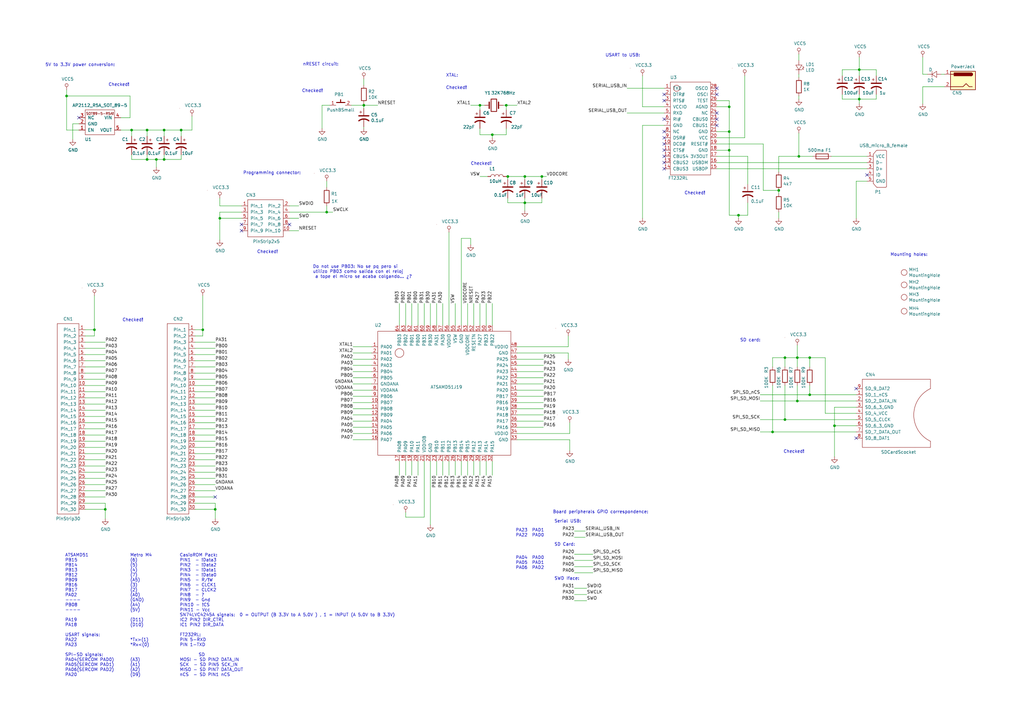
<source format=kicad_sch>
(kicad_sch (version 20211123) (generator eeschema)
  (paper "A3")
  (title_block (title "bareSAM development board") (date "10 - 20201") (rev "0.0") (company "tolaemon - Jordi Bartolomé") (comment 1 "http://www.tolaemon.com/baresam "))
  (junction (at 27.305 39.37))
  (junction (at 299.085 61.595))
  (junction (at 149.225 43.18))
  (junction (at 64.135 65.405))
  (junction (at 133.985 86.995))
  (junction (at 332.105 161.925))
  (junction (at 327.025 146.685))
  (junction (at 43.18 208.915))
  (junction (at 74.295 53.34))
  (junction (at 60.325 53.34))
  (junction (at 316.865 177.165))
  (junction (at 215.265 72.39))
  (junction (at 321.945 172.085))
  (junction (at 319.405 78.105))
  (junction (at 83.185 135.255))
  (junction (at 299.085 53.975))
  (junction (at 327.025 164.465))
  (junction (at 222.25 72.39))
  (junction (at 67.31 53.34))
  (junction (at 332.105 146.685))
  (junction (at 352.425 28.575))
  (junction (at 196.85 43.18))
  (junction (at 207.645 43.18))
  (junction (at 60.325 65.405))
  (junction (at 302.895 88.265))
  (junction (at 342.265 174.625))
  (junction (at 327.66 64.135))
  (junction (at 90.17 89.535))
  (junction (at 299.085 43.815))
  (junction (at 352.425 40.64))
  (junction (at 321.945 146.685))
  (junction (at 208.28 72.39))
  (junction (at 38.735 135.255))
  (junction (at 201.93 55.245))
  (junction (at 215.265 83.185))
  (junction (at 67.31 65.405))
  (junction (at 53.975 53.34))
  (junction (at 88.265 208.915))
  (no_connect (at 272.415 38.735))
  (no_connect (at 355.6 71.755))
  (no_connect (at 99.06 92.075))
  (no_connect (at 272.415 41.275))
  (no_connect (at 294.005 38.735))
  (no_connect (at 272.415 53.975))
  (no_connect (at 272.415 59.055))
  (no_connect (at 294.005 36.195))
  (no_connect (at 294.005 48.895))
  (no_connect (at 272.415 69.215))
  (no_connect (at 351.155 179.705))
  (no_connect (at 351.155 159.385))
  (no_connect (at 32.385 48.26))
  (no_connect (at 294.005 46.355))
  (no_connect (at 272.415 61.595))
  (no_connect (at 272.415 48.895))
  (no_connect (at 294.005 51.435))
  (no_connect (at 118.745 92.075))
  (no_connect (at 99.06 94.615))
  (no_connect (at 88.265 203.835))
  (no_connect (at 272.415 64.135))
  (no_connect (at 272.415 66.675))
  (no_connect (at 272.415 56.515))
  (wire (pts (xy 53.34 48.26) (xy 53.34 39.37)))
  (wire (pts (xy 67.31 53.34) (xy 60.325 53.34)))
  (wire (pts (xy 299.085 88.265) (xy 302.895 88.265)))
  (wire (pts (xy 64.135 65.405) (xy 67.31 65.405)))
  (wire (pts (xy 144.78 170.18) (xy 152.4 170.18)))
  (wire (pts (xy 168.91 189.23) (xy 168.91 194.945)))
  (wire (pts (xy 152.4 149.86) (xy 144.78 149.86)))
  (wire (pts (xy 136.525 86.995) (xy 133.985 86.995)))
  (wire (pts (xy 222.25 83.185) (xy 222.25 81.28)))
  (wire (pts (xy 149.225 52.705) (xy 149.225 52.07)))
  (wire (pts (xy 34.925 140.335) (xy 43.18 140.335)))
  (wire (pts (xy 53.975 65.405) (xy 60.325 65.405)))
  (wire (pts (xy 352.425 23.495) (xy 352.425 28.575)))
  (wire (pts (xy 29.845 50.8) (xy 29.845 57.15)))
  (wire (pts (xy 60.325 55.88) (xy 60.325 53.34)))
  (wire (pts (xy 342.265 167.005) (xy 342.265 174.625)))
  (wire (pts (xy 233.045 144.78) (xy 233.045 147.32)))
  (wire (pts (xy 201.93 189.23) (xy 201.93 194.945)))
  (wire (pts (xy 380.365 30.48) (xy 378.46 30.48)))
  (wire (pts (xy 88.265 170.815) (xy 80.01 170.815)))
  (wire (pts (xy 74.295 55.88) (xy 74.295 53.34)))
  (wire (pts (xy 311.785 161.925) (xy 332.105 161.925)))
  (wire (pts (xy 74.295 53.34) (xy 67.31 53.34)))
  (wire (pts (xy 319.405 78.105) (xy 313.055 78.105)))
  (wire (pts (xy 152.4 157.48) (xy 144.78 157.48)))
  (wire (pts (xy 299.085 41.275) (xy 294.005 41.275)))
  (wire (pts (xy 243.205 229.87) (xy 235.585 229.87)))
  (wire (pts (xy 240.03 220.345) (xy 235.585 220.345)))
  (wire (pts (xy 90.17 84.455) (xy 90.17 81.28)))
  (wire (pts (xy 224.155 72.39) (xy 222.25 72.39)))
  (wire (pts (xy 340.995 64.135) (xy 355.6 64.135)))
  (wire (pts (xy 352.425 42.545) (xy 352.425 40.64)))
  (wire (pts (xy 67.31 63.5) (xy 67.31 65.405)))
  (wire (pts (xy 199.39 124.46) (xy 199.39 133.35)))
  (wire (pts (xy 132.08 43.18) (xy 132.08 52.705)))
  (wire (pts (xy 176.53 189.23) (xy 176.53 215.265)))
  (wire (pts (xy 327.66 22.225) (xy 327.66 24.765)))
  (wire (pts (xy 212.09 147.32) (xy 222.885 147.32)))
  (wire (pts (xy 83.185 121.285) (xy 83.185 135.255)))
  (wire (pts (xy 222.25 72.39) (xy 222.25 73.66)))
  (wire (pts (xy 294.005 56.515) (xy 305.435 56.515)))
  (wire (pts (xy 294.005 69.215) (xy 355.6 69.215)))
  (wire (pts (xy 359.41 40.64) (xy 352.425 40.64)))
  (wire (pts (xy 196.85 55.245) (xy 201.93 55.245)))
  (wire (pts (xy 222.885 165.1) (xy 212.09 165.1)))
  (wire (pts (xy 43.18 188.595) (xy 34.925 188.595)))
  (wire (pts (xy 194.31 189.23) (xy 194.31 194.945)))
  (wire (pts (xy 88.265 180.975) (xy 80.01 180.975)))
  (wire (pts (xy 306.705 88.265) (xy 306.705 83.185)))
  (wire (pts (xy 316.865 177.165) (xy 351.155 177.165)))
  (wire (pts (xy 179.07 189.23) (xy 179.07 194.945)))
  (wire (pts (xy 88.265 147.955) (xy 80.01 147.955)))
  (wire (pts (xy 149.225 43.18) (xy 154.94 43.18)))
  (wire (pts (xy 60.325 65.405) (xy 60.325 63.5)))
  (wire (pts (xy 243.205 232.41) (xy 235.585 232.41)))
  (wire (pts (xy 222.885 175.26) (xy 212.09 175.26)))
  (wire (pts (xy 88.265 173.355) (xy 80.01 173.355)))
  (wire (pts (xy 243.205 227.33) (xy 235.585 227.33)))
  (wire (pts (xy 43.18 145.415) (xy 34.925 145.415)))
  (wire (pts (xy 43.18 153.035) (xy 34.925 153.035)))
  (wire (pts (xy 272.415 46.355) (xy 257.175 46.355)))
  (wire (pts (xy 152.4 160.02) (xy 144.78 160.02)))
  (wire (pts (xy 122.555 89.535) (xy 118.745 89.535)))
  (wire (pts (xy 43.18 198.755) (xy 34.925 198.755)))
  (wire (pts (xy 43.18 173.355) (xy 34.925 173.355)))
  (wire (pts (xy 327.025 150.495) (xy 327.025 146.685)))
  (wire (pts (xy 176.53 124.46) (xy 176.53 133.35)))
  (wire (pts (xy 327.66 54.61) (xy 327.66 64.135)))
  (wire (pts (xy 345.44 28.575) (xy 352.425 28.575)))
  (wire (pts (xy 152.4 152.4) (xy 144.78 152.4)))
  (wire (pts (xy 144.78 167.64) (xy 152.4 167.64)))
  (wire (pts (xy 34.925 201.295) (xy 43.18 201.295)))
  (wire (pts (xy 359.41 28.575) (xy 352.425 28.575)))
  (wire (pts (xy 80.01 135.255) (xy 83.185 135.255)))
  (wire (pts (xy 222.885 154.94) (xy 212.09 154.94)))
  (wire (pts (xy 207.645 43.18) (xy 212.09 43.18)))
  (wire (pts (xy 43.18 168.275) (xy 34.925 168.275)))
  (wire (pts (xy 212.09 152.4) (xy 222.885 152.4)))
  (wire (pts (xy 386.08 30.48) (xy 387.35 30.48)))
  (wire (pts (xy 332.105 158.115) (xy 332.105 161.925)))
  (wire (pts (xy 149.225 43.18) (xy 144.145 43.18)))
  (wire (pts (xy 152.4 162.56) (xy 144.78 162.56)))
  (wire (pts (xy 311.785 164.465) (xy 327.025 164.465)))
  (wire (pts (xy 199.39 189.23) (xy 199.39 194.945)))
  (wire (pts (xy 306.705 75.565) (xy 306.705 64.135)))
  (wire (pts (xy 38.735 137.795) (xy 38.735 135.255)))
  (wire (pts (xy 196.85 45.085) (xy 196.85 43.18)))
  (wire (pts (xy 222.885 149.86) (xy 212.09 149.86)))
  (wire (pts (xy 332.105 150.495) (xy 332.105 146.685)))
  (wire (pts (xy 99.06 86.995) (xy 90.17 86.995)))
  (wire (pts (xy 351.155 174.625) (xy 342.265 174.625)))
  (wire (pts (xy 88.265 206.375) (xy 80.01 206.375)))
  (wire (pts (xy 196.85 43.18) (xy 198.755 43.18)))
  (wire (pts (xy 351.155 167.005) (xy 342.265 167.005)))
  (wire (pts (xy 34.925 155.575) (xy 43.18 155.575)))
  (wire (pts (xy 53.975 55.88) (xy 53.975 53.34)))
  (wire (pts (xy 88.265 142.875) (xy 80.01 142.875)))
  (wire (pts (xy 80.01 140.335) (xy 88.265 140.335)))
  (wire (pts (xy 212.09 172.72) (xy 222.885 172.72)))
  (wire (pts (xy 74.295 65.405) (xy 74.295 63.5)))
  (wire (pts (xy 90.17 86.995) (xy 90.17 89.535)))
  (wire (pts (xy 80.01 183.515) (xy 88.265 183.515)))
  (wire (pts (xy 294.005 61.595) (xy 299.085 61.595)))
  (wire (pts (xy 378.46 30.48) (xy 378.46 23.495)))
  (wire (pts (xy 83.185 137.795) (xy 80.01 137.795)))
  (wire (pts (xy 319.405 64.135) (xy 327.66 64.135)))
  (wire (pts (xy 78.74 47.625) (xy 78.74 53.34)))
  (wire (pts (xy 43.18 191.135) (xy 34.925 191.135)))
  (wire (pts (xy 144.78 154.94) (xy 152.4 154.94)))
  (wire (pts (xy 191.77 124.46) (xy 191.77 133.35)))
  (wire (pts (xy 359.41 38.735) (xy 359.41 40.64)))
  (wire (pts (xy 208.28 72.39) (xy 215.265 72.39)))
  (wire (pts (xy 345.44 31.115) (xy 345.44 28.575)))
  (wire (pts (xy 152.4 165.1) (xy 144.78 165.1)))
  (wire (pts (xy 34.925 137.795) (xy 38.735 137.795)))
  (wire (pts (xy 32.385 50.8) (xy 29.845 50.8)))
  (wire (pts (xy 189.23 189.23) (xy 189.23 194.945)))
  (wire (pts (xy 327.025 164.465) (xy 351.155 164.465)))
  (wire (pts (xy 144.78 144.78) (xy 152.4 144.78)))
  (wire (pts (xy 122.555 84.455) (xy 118.745 84.455)))
  (wire (pts (xy 327.66 30.48) (xy 327.66 31.75)))
  (wire (pts (xy 88.265 208.915) (xy 88.265 212.725)))
  (wire (pts (xy 222.25 83.185) (xy 215.265 83.185)))
  (wire (pts (xy 181.61 189.23) (xy 181.61 194.945)))
  (wire (pts (xy 38.735 121.285) (xy 38.735 135.255)))
  (wire (pts (xy 60.325 53.34) (xy 53.975 53.34)))
  (wire (pts (xy 299.085 88.265) (xy 299.085 61.595)))
  (wire (pts (xy 53.34 48.26) (xy 49.53 48.26)))
  (wire (pts (xy 88.265 150.495) (xy 80.01 150.495)))
  (wire (pts (xy 80.01 186.055) (xy 88.265 186.055)))
  (wire (pts (xy 196.85 72.39) (xy 200.025 72.39)))
  (wire (pts (xy 53.975 63.5) (xy 53.975 65.405)))
  (wire (pts (xy 196.85 189.23) (xy 196.85 194.945)))
  (wire (pts (xy 235.585 217.805) (xy 240.03 217.805)))
  (wire (pts (xy 222.885 170.18) (xy 212.09 170.18)))
  (wire (pts (xy 88.265 191.135) (xy 80.01 191.135)))
  (wire (pts (xy 319.405 86.995) (xy 319.405 89.535)))
  (wire (pts (xy 235.585 243.84) (xy 240.665 243.84)))
  (wire (pts (xy 49.53 53.34) (xy 53.975 53.34)))
  (wire (pts (xy 235.585 246.38) (xy 240.665 246.38)))
  (wire (pts (xy 34.925 186.055) (xy 43.18 186.055)))
  (wire (pts (xy 152.4 142.24) (xy 144.78 142.24)))
  (wire (pts (xy 43.18 165.735) (xy 34.925 165.735)))
  (wire (pts (xy 43.18 203.835) (xy 34.925 203.835)))
  (wire (pts (xy 302.895 89.535) (xy 302.895 88.265)))
  (wire (pts (xy 327.66 39.37) (xy 327.66 40.64)))
  (wire (pts (xy 171.45 189.23) (xy 171.45 194.945)))
  (wire (pts (xy 163.83 194.945) (xy 163.83 189.23)))
  (wire (pts (xy 201.93 124.46) (xy 201.93 133.35)))
  (wire (pts (xy 299.085 53.975) (xy 299.085 43.815)))
  (wire (pts (xy 327.025 158.115) (xy 327.025 164.465)))
  (wire (pts (xy 34.925 163.195) (xy 43.18 163.195)))
  (wire (pts (xy 299.085 43.815) (xy 299.085 41.275)))
  (wire (pts (xy 88.265 153.035) (xy 80.01 153.035)))
  (wire (pts (xy 311.785 172.085) (xy 321.945 172.085)))
  (wire (pts (xy 351.155 169.545) (xy 338.455 169.545)))
  (wire (pts (xy 306.705 64.135) (xy 294.005 64.135)))
  (wire (pts (xy 88.265 165.735) (xy 80.01 165.735)))
  (wire (pts (xy 387.35 35.56) (xy 378.46 35.56)))
  (wire (pts (xy 34.925 160.655) (xy 43.18 160.655)))
  (wire (pts (xy 189.23 133.35) (xy 189.23 97.79)))
  (wire (pts (xy 313.055 59.055) (xy 294.005 59.055)))
  (wire (pts (xy 88.265 158.115) (xy 80.01 158.115)))
  (wire (pts (xy 378.46 35.56) (xy 378.46 42.545)))
  (wire (pts (xy 193.04 97.79) (xy 189.23 97.79)))
  (wire (pts (xy 222.885 157.48) (xy 212.09 157.48)))
  (wire (pts (xy 186.69 189.23) (xy 186.69 194.945)))
  (wire (pts (xy 233.045 142.24) (xy 233.045 137.795)))
  (wire (pts (xy 212.09 142.24) (xy 233.045 142.24)))
  (wire (pts (xy 215.265 83.185) (xy 208.28 83.185)))
  (wire (pts (xy 34.925 135.255) (xy 38.735 135.255)))
  (wire (pts (xy 88.265 188.595) (xy 80.01 188.595)))
  (wire (pts (xy 212.09 162.56) (xy 222.885 162.56)))
  (wire (pts (xy 60.325 65.405) (xy 64.135 65.405)))
  (wire (pts (xy 181.61 124.46) (xy 181.61 133.35)))
  (wire (pts (xy 80.01 160.655) (xy 88.265 160.655)))
  (wire (pts (xy 212.09 167.64) (xy 222.885 167.64)))
  (wire (pts (xy 43.18 212.725) (xy 43.18 208.915)))
  (wire (pts (xy 166.37 189.23) (xy 166.37 194.945)))
  (wire (pts (xy 43.18 175.895) (xy 34.925 175.895)))
  (wire (pts (xy 144.78 147.32) (xy 152.4 147.32)))
  (wire (pts (xy 321.945 172.085) (xy 351.155 172.085)))
  (wire (pts (xy 208.28 83.185) (xy 208.28 81.28)))
  (wire (pts (xy 342.265 174.625) (xy 342.265 187.325)))
  (wire (pts (xy 43.18 180.975) (xy 34.925 180.975)))
  (wire (pts (xy 294.005 53.975) (xy 299.085 53.975)))
  (wire (pts (xy 90.17 89.535) (xy 90.17 98.425)))
  (wire (pts (xy 215.265 73.66) (xy 215.265 72.39)))
  (wire (pts (xy 88.265 203.835) (xy 80.01 203.835)))
  (wire (pts (xy 196.85 43.18) (xy 193.04 43.18)))
  (wire (pts (xy 80.01 178.435) (xy 88.265 178.435)))
  (wire (pts (xy 272.415 36.195) (xy 257.175 36.195)))
  (wire (pts (xy 272.415 43.815) (xy 263.525 43.815)))
  (wire (pts (xy 196.85 52.705) (xy 196.85 55.245)))
  (wire (pts (xy 135.255 43.18) (xy 132.08 43.18)))
  (wire (pts (xy 212.09 177.8) (xy 233.68 177.8)))
  (wire (pts (xy 67.31 65.405) (xy 74.295 65.405)))
  (wire (pts (xy 88.265 168.275) (xy 80.01 168.275)))
  (wire (pts (xy 149.225 32.385) (xy 149.225 34.925)))
  (wire (pts (xy 80.01 201.295) (xy 88.265 201.295)))
  (wire (pts (xy 144.78 177.8) (xy 152.4 177.8)))
  (wire (pts (xy 222.885 160.02) (xy 212.09 160.02)))
  (wire (pts (xy 173.99 189.23) (xy 173.99 212.09)))
  (wire (pts (xy 186.69 124.46) (xy 186.69 133.35)))
  (wire (pts (xy 152.4 180.34) (xy 144.78 180.34)))
  (wire (pts (xy 263.525 51.435) (xy 272.415 51.435)))
  (wire (pts (xy 215.265 86.36) (xy 215.265 83.185)))
  (wire (pts (xy 168.91 124.46) (xy 168.91 133.35)))
  (wire (pts (xy 235.585 241.3) (xy 240.665 241.3)))
  (wire (pts (xy 207.645 43.18) (xy 206.375 43.18)))
  (wire (pts (xy 327.025 141.605) (xy 327.025 146.685)))
  (wire (pts (xy 305.435 31.115) (xy 305.435 56.515)))
  (wire (pts (xy 207.645 45.085) (xy 207.645 43.18)))
  (wire (pts (xy 34.925 208.915) (xy 43.18 208.915)))
  (wire (pts (xy 352.425 40.64) (xy 345.44 40.64)))
  (wire (pts (xy 171.45 124.46) (xy 171.45 133.35)))
  (wire (pts (xy 88.265 175.895) (xy 80.01 175.895)))
  (wire (pts (xy 43.18 206.375) (xy 34.925 206.375)))
  (wire (pts (xy 179.07 124.46) (xy 179.07 133.35)))
  (wire (pts (xy 316.865 158.115) (xy 316.865 177.165)))
  (wire (pts (xy 67.31 55.88) (xy 67.31 53.34)))
  (wire (pts (xy 302.895 88.265) (xy 306.705 88.265)))
  (wire (pts (xy 99.06 84.455) (xy 90.17 84.455)))
  (wire (pts (xy 316.865 146.685) (xy 316.865 150.495)))
  (wire (pts (xy 43.18 208.915) (xy 43.18 206.375)))
  (wire (pts (xy 78.74 53.34) (xy 74.295 53.34)))
  (wire (pts (xy 196.85 124.46) (xy 196.85 133.35)))
  (wire (pts (xy 294.005 43.815) (xy 299.085 43.815)))
  (wire (pts (xy 80.01 155.575) (xy 88.265 155.575)))
  (wire (pts (xy 351.155 74.295) (xy 351.155 89.535)))
  (wire (pts (xy 201.93 56.515) (xy 201.93 55.245)))
  (wire (pts (xy 133.985 84.455) (xy 133.985 86.995)))
  (wire (pts (xy 311.785 177.165) (xy 316.865 177.165)))
  (wire (pts (xy 83.185 135.255) (xy 83.185 137.795)))
  (wire (pts (xy 294.005 66.675) (xy 355.6 66.675)))
  (wire (pts (xy 144.78 172.72) (xy 152.4 172.72)))
  (wire (pts (xy 355.6 74.295) (xy 351.155 74.295)))
  (wire (pts (xy 191.77 189.23) (xy 191.77 194.945)))
  (wire (pts (xy 338.455 146.685) (xy 332.105 146.685)))
  (wire (pts (xy 212.09 180.34) (xy 233.68 180.34)))
  (wire (pts (xy 43.18 150.495) (xy 34.925 150.495)))
  (wire (pts (xy 184.15 95.25) (xy 184.15 133.35)))
  (wire (pts (xy 149.225 43.18) (xy 149.225 44.45)))
  (wire (pts (xy 207.645 72.39) (xy 208.28 72.39)))
  (wire (pts (xy 263.525 43.815) (xy 263.525 31.115)))
  (wire (pts (xy 215.265 81.28) (xy 215.265 83.185)))
  (wire (pts (xy 163.83 124.46) (xy 163.83 133.35)))
  (wire (pts (xy 27.305 39.37) (xy 53.34 39.37)))
  (wire (pts (xy 149.225 42.545) (xy 149.225 43.18)))
  (wire (pts (xy 299.085 53.975) (xy 299.085 61.595)))
  (wire (pts (xy 173.99 124.46) (xy 173.99 133.35)))
  (wire (pts (xy 64.135 68.58) (xy 64.135 65.405)))
  (wire (pts (xy 194.31 124.46) (xy 194.31 133.35)))
  (wire (pts (xy 327.025 146.685) (xy 321.945 146.685)))
  (wire (pts (xy 233.68 177.8) (xy 233.68 173.355)))
  (wire (pts (xy 34.925 183.515) (xy 43.18 183.515)))
  (wire (pts (xy 80.01 208.915) (xy 88.265 208.915)))
  (wire (pts (xy 34.925 178.435) (xy 43.18 178.435)))
  (wire (pts (xy 352.425 38.735) (xy 352.425 40.64)))
  (wire (pts (xy 88.265 206.375) (xy 88.265 208.915)))
  (wire (pts (xy 235.585 234.95) (xy 243.205 234.95)))
  (wire (pts (xy 32.385 53.34) (xy 27.305 53.34)))
  (wire (pts (xy 321.945 158.115) (xy 321.945 172.085)))
  (wire (pts (xy 327.66 64.135) (xy 333.375 64.135)))
  (wire (pts (xy 173.99 212.09) (xy 166.37 212.09)))
  (wire (pts (xy 208.28 73.66) (xy 208.28 72.39)))
  (wire (pts (xy 332.105 161.925) (xy 351.155 161.925)))
  (wire (pts (xy 88.265 145.415) (xy 80.01 145.415)))
  (wire (pts (xy 263.525 89.535) (xy 263.525 51.435)))
  (wire (pts (xy 133.985 74.295) (xy 133.985 76.835)))
  (wire (pts (xy 27.305 53.34) (xy 27.305 39.37)))
  (wire (pts (xy 43.18 170.815) (xy 34.925 170.815)))
  (wire (pts (xy 332.105 146.685) (xy 327.025 146.685)))
  (wire (pts (xy 207.645 55.245) (xy 207.645 52.705)))
  (wire (pts (xy 88.265 198.755) (xy 80.01 198.755)))
  (wire (pts (xy 43.18 147.955) (xy 34.925 147.955)))
  (wire (pts (xy 43.18 193.675) (xy 34.925 193.675)))
  (wire (pts (xy 88.265 196.215) (xy 80.01 196.215)))
  (wire (pts (xy 80.01 163.195) (xy 88.265 163.195)))
  (wire (pts (xy 166.37 210.185) (xy 166.37 212.09)))
  (wire (pts (xy 321.945 146.685) (xy 316.865 146.685)))
  (wire (pts (xy 233.68 180.34) (xy 233.68 184.785)))
  (wire (pts (xy 43.18 196.215) (xy 34.925 196.215)))
  (wire (pts (xy 313.055 78.105) (xy 313.055 59.055)))
  (wire (pts (xy 215.265 72.39) (xy 222.25 72.39)))
  (wire (pts (xy 27.305 36.83) (xy 27.305 39.37)))
  (wire (pts (xy 321.945 150.495) (xy 321.945 146.685)))
  (wire (pts (xy 319.405 64.135) (xy 319.405 70.485)))
  (wire (pts (xy 345.44 40.64) (xy 345.44 38.735)))
  (wire (pts (xy 43.18 142.875) (xy 34.925 142.875)))
  (wire (pts (xy 43.18 158.115) (xy 34.925 158.115)))
  (wire (pts (xy 359.41 31.115) (xy 359.41 28.575)))
  (wire (pts (xy 133.985 86.995) (xy 118.745 86.995)))
  (wire (pts (xy 319.405 78.105) (xy 319.405 79.375)))
  (wire (pts (xy 166.37 124.46) (xy 166.37 133.35)))
  (wire (pts (xy 212.09 144.78) (xy 233.045 144.78)))
  (wire (pts (xy 88.265 193.675) (xy 80.01 193.675)))
  (wire (pts (xy 338.455 169.545) (xy 338.455 146.685)))
  (wire (pts (xy 118.745 94.615) (xy 122.555 94.615)))
  (wire (pts (xy 193.04 100.33) (xy 193.04 97.79)))
  (wire (pts (xy 352.425 31.115) (xy 352.425 28.575)))
  (wire (pts (xy 184.15 189.23) (xy 184.15 194.945)))
  (wire (pts (xy 99.06 89.535) (xy 90.17 89.535)))
  (wire (pts (xy 152.4 175.26) (xy 144.78 175.26)))
  (wire (pts (xy 201.93 55.245) (xy 207.645 55.245)))
  (text "XTAL:\n" (at 182.88 31.75 0) (effects (font (size 1.27 1.27)) (justify left bottom)))
  (text "PA04  PAD0\nPA05  PAD1\nPA06  PAD2" (at 211.455 233.68 0) (effects (font (size 1.27 1.27)) (justify left bottom)))
  (text "Do not use PB03: No se pq pero si \nutilizo PB03 como salida con el reloj\n a tope el micro se acaba colgando... ¿?" (at 128.27 114.3 0) (effects (font (size 1.27 1.27)) (justify left bottom)))
  (text "Mounting holes:\n\n" (at 365.125 107.315 0) (effects (font (size 1.27 1.27)) (justify left bottom)))
  (text "Checked!\n" (at 44.45 35.56 0) (effects (font (size 1.27 1.27)) (justify left bottom)))
  (text "Metro M4\n(6)    \n(5)    \n(4)    \n(7)    \n(A5)   \n(3)    \n(2)    \n(A0)   \n(GND)  \n(A4)   \n(5V)   \n\n(D11)   \n(D10)   \n\n\n*Tx>(1)\n*Rx<(0)\n\n\n(A3)\n(A1)\n(A2)\n(D9)" (at 53.34 277.622 0) (effects (font (size 1.27 1.27)) (justify left bottom)))
  (text "Checked!\n" (at 123.825 38.1 0) (effects (font (size 1.27 1.27)) (justify left bottom)))
  (text "Checked!\n" (at 50.165 132.08 0) (effects (font (size 1.27 1.27)) (justify left bottom)))
  (text "Checked!\n" (at 321.31 186.055 0) (effects (font (size 1.27 1.27)) (justify left bottom)))
  (text "CasioROM Pack:\nPIN1  - !Data3    \nPIN2  - !Data2\nPIN3  - !Data1\nPIN4  - !Data0\nPIN5  - R/!W\nPIN6  - CLCK1\nPIN7  - CLCK2\nPIN8  - ?\nPIN9  - Gnd\nPIN10 - !CS\nPIN11 - Vcc\nSN74LVC4245A signals:  0 = OUTPUT (B 3.3V to A 5.0V ) , 1 = INPUT (A 5.0V to B 3.3V)\nIC2 PIN2 DIR_CTRL\nIC1 PIN2 DIR_DATA\n\nFT232RL:\nPIN 5-RXD\nPIN 1-TXD\n\n        SD\nMOSI - SD PIN2 DATA_IN\nSCK  - SD PIN5 SCK_IN\nMISO - SD PIN7 DATA_OUT\nnCS  - SD PIN1 nCS\n" (at 73.66 277.622 0) (effects (font (size 1.27 1.27)) (justify left bottom)))
  (text "Board peripherals GPIO correspondence:" (at 226.695 210.82 0) (effects (font (size 1.27 1.27)) (justify left bottom)))
  (text "5V to 3.3V power conversion:\n" (at 18.542 27.432 0) (effects (font (size 1.27 1.27)) (justify left bottom)))
  (text "Checked!\n" (at 280.67 80.01 0) (effects (font (size 1.27 1.27)) (justify left bottom)))
  (text "SWD Iface:\n" (at 227.33 238.125 0) (effects (font (size 1.27 1.27)) (justify left bottom)))
  (text "PA23  PAD1 \nPA22  PAD0" (at 211.455 220.345 0) (effects (font (size 1.27 1.27)) (justify left bottom)))
  (text "Serial USB:" (at 227.33 214.63 0) (effects (font (size 1.27 1.27)) (justify left bottom)))
  (text "USART to USB:\n" (at 248.285 23.495 0) (effects (font (size 1.27 1.27)) (justify left bottom)))
  (text "Programming connector:\n" (at 99.695 71.755 0) (effects (font (size 1.27 1.27)) (justify left bottom)))
  (text "SD Card:\n" (at 227.33 224.155 0) (effects (font (size 1.27 1.27)) (justify left bottom)))
  (text "ATSAMD51\nPB15    \nPB14    \nPB13    \nPB12    \nPB09    \nPB16    \nPB17    \nPA02    \n----    \nPB08    \n----    \n\nPA19\nPA18\n\nUSART signals:\nPA22\nPA23\n\nSPI-SD signals:\nPA04(SERCOM PAD0)\nPA05(SERCOM PAD1)\nPA06(SERCOM PAD2)\nPA20" (at 26.67 277.622 0) (effects (font (size 1.27 1.27)) (justify left bottom)))
  (text "Checked!\n" (at 182.88 36.83 0) (effects (font (size 1.27 1.27)) (justify left bottom)))
  (text "Checked!\n" (at 105.41 104.14 0) (effects (font (size 1.27 1.27)) (justify left bottom)))
  (text "nRESET circuit:\n" (at 124.206 27.178 0) (effects (font (size 1.27 1.27)) (justify left bottom)))
  (text "SD card:\n" (at 303.53 140.335 0) (effects (font (size 1.27 1.27)) (justify left bottom)))
  (text "Checked!\n" (at 193.04 67.945 0) (effects (font (size 1.27 1.27)) (justify left bottom)))
  (label "PB08" (at 88.265 163.195 0))
  (label "PA10" (at 168.91 194.945 270))
  (label "PA18" (at 222.885 170.18 0))
  (label "PA16" (at 222.885 175.26 0))
  (label "PA15" (at 201.93 194.945 270))
  (label "PA11" (at 171.45 194.945 270))
  (label "GNDANA" (at 88.265 198.755 0))
  (label "PA06" (at 43.18 150.495 0))
  (label "PA30" (at 181.61 124.46 90))
  (label "GNDANA" (at 144.78 157.48 180))
  (label "PA21" (at 222.885 157.48 0))
  (label "PB02" (at 166.37 124.46 90))
  (label "NRESET" (at 154.94 43.18 0))
  (label "PA04" (at 235.585 229.87 180))
  (label "PA19" (at 43.18 183.515 0))
  (label "SPI_SD_SCK" (at 311.785 172.085 180))
  (label "PB07" (at 144.78 165.1 180))
  (label "XTAL2" (at 212.09 43.18 0))
  (label "SERIAL_USB_IN" (at 257.175 36.195 180))
  (label "PA03" (at 43.18 142.875 0))
  (label "PB00" (at 88.265 142.875 0))
  (label "PA03" (at 144.78 149.86 180))
  (label "NRESET" (at 122.555 94.615 0))
  (label "PA23" (at 222.885 152.4 0))
  (label "PB05" (at 88.265 155.575 0))
  (label "SPI_SD_MISO" (at 243.205 234.95 0))
  (label "PB30" (at 176.53 124.46 90))
  (label "PA15" (at 43.18 173.355 0))
  (label "PB10" (at 179.07 194.945 270))
  (label "VSW" (at 186.69 124.46 90))
  (label "PB14" (at 88.265 178.435 0))
  (label "PA06" (at 144.78 177.8 180))
  (label "PB11" (at 88.265 170.815 0))
  (label "PB14" (at 189.23 194.945 270))
  (label "SWDIO" (at 122.555 84.455 0))
  (label "PA08" (at 163.83 194.945 270))
  (label "PA27" (at 43.18 201.295 0))
  (label "PA24" (at 43.18 196.215 0))
  (label "SWO" (at 122.555 89.535 0))
  (label "SERIAL_USB_IN" (at 240.03 217.805 0))
  (label "VDDANA" (at 88.265 201.295 0))
  (label "PB04" (at 88.265 153.035 0))
  (label "PA14" (at 199.39 194.945 270))
  (label "SERIAL_USB_OUT" (at 257.175 46.355 180))
  (label "PB11" (at 181.61 194.945 270))
  (label "PA16" (at 43.18 175.895 0))
  (label "PA08" (at 43.18 155.575 0))
  (label "PB15" (at 88.265 180.975 0))
  (label "PA13" (at 196.85 194.945 270))
  (label "PB05" (at 144.78 154.94 180))
  (label "PA20" (at 235.585 227.33 180))
  (label "PB01" (at 88.265 145.415 0))
  (label "PA10" (at 43.18 160.655 0))
  (label "PA30" (at 43.18 203.835 0))
  (label "VDDANA" (at 144.78 160.02 180))
  (label "SPI_SD_SCK" (at 243.205 232.41 0))
  (label "PB09" (at 88.265 165.735 0))
  (label "PA31" (at 88.265 140.335 0))
  (label "PA07" (at 144.78 180.34 180))
  (label "PB08" (at 144.78 167.64 180))
  (label "PA22" (at 222.885 154.94 0))
  (label "PB06" (at 88.265 158.115 0))
  (label "PB09" (at 144.78 170.18 180))
  (label "NRESET" (at 194.31 124.46 90))
  (label "PA31" (at 235.585 241.3 180))
  (label "PB02" (at 88.265 147.955 0))
  (label "PB03" (at 163.83 124.46 90))
  (label "PB12" (at 88.265 173.355 0))
  (label "XTAL1" (at 144.78 142.24 180))
  (label "PB22" (at 88.265 188.595 0))
  (label "PB30" (at 235.585 246.38 180))
  (label "PB17" (at 88.265 186.055 0))
  (label "PA22" (at 43.18 191.135 0))
  (label "PA20" (at 43.18 186.055 0))
  (label "PB31" (at 88.265 196.215 0))
  (label "PA27" (at 196.85 124.46 90))
  (label "PB17" (at 222.885 162.56 0))
  (label "PB15" (at 191.77 194.945 270))
  (label "SWCLK" (at 240.665 243.84 0))
  (label "PA23" (at 235.585 217.805 180))
  (label "XTAL2" (at 144.78 144.78 180))
  (label "PB31" (at 173.99 124.46 90))
  (label "PA19" (at 222.885 167.64 0))
  (label "SPI_SD_MOSI" (at 243.205 229.87 0))
  (label "PA07" (at 43.18 153.035 0))
  (label "PA02" (at 144.78 147.32 180))
  (label "PA30" (at 235.585 243.84 180))
  (label "PB07" (at 88.265 160.655 0))
  (label "SPI_SD_nCS" (at 311.785 161.925 180))
  (label "PB03" (at 88.265 150.495 0))
  (label "PA14" (at 43.18 170.815 0))
  (label "PB04" (at 144.78 152.4 180))
  (label "PA06" (at 235.585 234.95 180))
  (label "SPI_SD_MOSI" (at 311.785 164.465 180))
  (label "PA11" (at 43.18 163.195 0))
  (label "PA05" (at 43.18 147.955 0))
  (label "VDDCORE" (at 191.77 124.46 90))
  (label "PB16" (at 222.885 165.1 0))
  (label "PA02" (at 43.18 140.335 0))
  (label "PA04" (at 43.18 145.415 0))
  (label "PB13" (at 186.69 194.945 270))
  (label "PB13" (at 88.265 175.895 0))
  (label "PA04" (at 144.78 172.72 180))
  (label "VDDCORE" (at 224.155 72.39 0))
  (label "PA31" (at 179.07 124.46 90))
  (label "PB30" (at 88.265 193.675 0))
  (label "PA22" (at 235.585 220.345 180))
  (label "PB23" (at 88.265 191.135 0))
  (label "PB23" (at 199.39 124.46 90))
  (label "PA24" (at 222.885 149.86 0))
  (label "SWCLK" (at 136.525 86.995 0))
  (label "XTAL1" (at 193.04 43.18 180))
  (label "PA05" (at 235.585 232.41 180))
  (label "PB10" (at 88.265 168.275 0))
  (label "PA12" (at 194.31 194.945 270))
  (label "SPI_SD_MISO" (at 311.785 177.165 180))
  (label "PA17" (at 43.18 178.435 0))
  (label "PB01" (at 168.91 124.46 90))
  (label "VSW" (at 196.85 72.39 180))
  (label "PA13" (at 43.18 168.275 0))
  (label "PA20" (at 222.885 160.02 0))
  (label "PB22" (at 201.93 124.46 90))
  (label "PA12" (at 43.18 165.735 0))
  (label "PA23" (at 43.18 193.675 0))
  (label "PA18" (at 43.18 180.975 0))
  (label "PA25" (at 222.885 147.32 0))
  (label "PA25" (at 43.18 198.755 0))
  (label "SWDIO" (at 240.665 241.3 0))
  (label "PB12" (at 184.15 194.945 270))
  (label "PA09" (at 166.37 194.945 270))
  (label "PA05" (at 144.78 175.26 180))
  (label "SWO" (at 240.665 246.38 0))
  (label "PB16" (at 88.265 183.515 0))
  (label "SPI_SD_nCS" (at 243.205 227.33 0))
  (label "PB00" (at 171.45 124.46 90))
  (label "PA09" (at 43.18 158.115 0))
  (label "PA17" (at 222.885 172.72 0))
  (label "PB06" (at 144.78 162.56 180))
  (label "SERIAL_USB_OUT" (at 240.03 220.345 0))
  (label "PA21" (at 43.18 188.595 0))
  (symbol (lib_id "BaseBoard-rescue:ATSAMD51J19-Tolaemon") (at 182.88 161.29 0) (unit 1)
    (property "Reference" "U2" (at 153.67 133.35 0) (effects (justify left)))
    (property "Value" "ATSAMD51J19" (at 176.53 158.75 0) (effects (justify left)))
    (property "Footprint" "Tolaemon:TQFP-64-1EP_10x10mm_P0.5mm_EP8x8mm" (effects hide))
  )
  (symbol (lib_id "BaseBoard-rescue:FT232RL-Tolaemon") (at 277.495 38.735 0) (unit 1)
    (property "Reference" "U3" (at 276.225 31.75 0))
    (property "Value" "FT232RL" (at 278.13 73.025 0))
    (property "Footprint" "Tolaemon:SSOP-28_5.3x10.2mm_P0.65mm" (effects hide))
  )
  (symbol (lib_id "BaseBoard-rescue:CP-Tolaemon") (at 306.705 79.375 0) (unit 1)
    (property "Reference" "C11" (at 307.975 76.835 0) (effects (justify left)))
    (property "Value" "0.1uF" (at 307.975 82.55 0) (effects (justify left)))
    (property "Footprint" "Tolaemon:SMD_C_0805_2012Metric" (effects hide))
  )
  (symbol (lib_id "BaseBoard-rescue:R-Tolaemon") (at 319.405 74.295 0) (unit 1)
    (property "Reference" "R4" (at 321.183 73.1266 0) (effects (justify left)))
    (property "Value" "4k7" (at 321.183 75.438 0) (effects (justify left)))
    (property "Footprint" "Tolaemon:SMD_R_0805_2012Metric" (effects hide))
  )
  (symbol (lib_id "BaseBoard-rescue:R-Tolaemon") (at 319.405 83.185 0) (unit 1)
    (property "Reference" "R5" (at 321.183 82.0166 0) (effects (justify left)))
    (property "Value" "10K" (at 321.183 84.328 0) (effects (justify left)))
    (property "Footprint" "Tolaemon:SMD_R_0805_2012Metric" (effects hide))
  )
  (symbol (lib_id "BaseBoard-rescue:R-Tolaemon") (at 332.105 154.305 0) (unit 1)
    (property "Reference" "R9" (at 329.565 153.035 90) (effects (justify left)))
    (property "Value" "100K" (at 329.565 159.385 90) (effects (justify left)))
    (property "Footprint" "Tolaemon:SMD_R_0805_2012Metric" (effects hide))
  )
  (symbol (lib_id "BaseBoard-rescue:R-Tolaemon") (at 327.025 154.305 0) (unit 1)
    (property "Reference" "R7" (at 324.485 153.035 90) (effects (justify left)))
    (property "Value" "100K" (at 324.485 159.385 90) (effects (justify left)))
    (property "Footprint" "Tolaemon:SMD_R_0805_2012Metric" (effects hide))
  )
  (symbol (lib_id "BaseBoard-rescue:R-Tolaemon") (at 316.865 154.305 0) (unit 1)
    (property "Reference" "R3" (at 314.325 153.035 90) (effects (justify left)))
    (property "Value" "100K" (at 314.325 159.385 90) (effects (justify left)))
    (property "Footprint" "Tolaemon:SMD_R_0805_2012Metric" (effects hide))
  )
  (symbol (lib_id "BaseBoard-rescue:R-Tolaemon") (at 321.945 154.305 0) (unit 1)
    (property "Reference" "R6" (at 319.405 153.035 90) (effects (justify left)))
    (property "Value" "100K" (at 319.405 159.385 90) (effects (justify left)))
    (property "Footprint" "Tolaemon:SMD_R_0805_2012Metric" (effects hide))
  )
  (symbol (lib_id "BaseBoard-rescue:Xtal-Tolaemon") (at 202.565 43.18 0) (unit 1)
    (property "Reference" "Y1" (at 200.025 38.1 0))
    (property "Value" "32K768Hz" (at 206.375 38.1 0))
    (property "Footprint" "Tolaemon:SMD_XTAL_3.4x2.7max" (effects hide))
  )
  (symbol (lib_id "BaseBoard-rescue:CP-Tolaemon") (at 196.85 48.895 0) (unit 1)
    (property "Reference" "C6" (at 198.12 46.355 0) (effects (justify left)))
    (property "Value" "22pF" (at 189.865 52.07 0) (effects (justify left)))
    (property "Footprint" "Tolaemon:SMD_C_0805_2012Metric" (effects hide))
  )
  (symbol (lib_id "BaseBoard-rescue:CP-Tolaemon") (at 207.645 48.895 0) (unit 1)
    (property "Reference" "C7" (at 208.915 46.355 0) (effects (justify left)))
    (property "Value" "22pF" (at 209.55 52.07 0) (effects (justify left)))
    (property "Footprint" "Tolaemon:SMD_C_0805_2012Metric" (effects hide))
  )
  (symbol (lib_id "BaseBoard-rescue:PowerJack-Tolaemon") (at 394.97 33.02 0) (mirror y) (unit 1)
    (property "Reference" "CN5" (at 390.525 38.1 0) (effects (justify right)))
    (property "Value" "PowerJack" (at 389.89 27.305 0) (effects (justify right)))
    (property "Footprint" "Tolaemon:PowerFemale" (effects hide))
  )
  (symbol (lib_id "BaseBoard-rescue:CP-Tolaemon") (at 53.975 59.69 0) (mirror y) (unit 1)
    (property "Reference" "C1" (at 52.705 57.15 0) (effects (justify left)))
    (property "Value" "0.1uF" (at 59.69 62.865 0) (effects (justify left)))
    (property "Footprint" "Tolaemon:SMD_C_0805_2012Metric" (effects hide))
  )
  (symbol (lib_id "BaseBoard-rescue:CP-Tolaemon") (at 67.31 59.69 0) (mirror y) (unit 1)
    (property "Reference" "C3" (at 66.675 57.15 0) (effects (justify left)))
    (property "Value" "0.1uF" (at 73.025 62.865 0) (effects (justify left)))
    (property "Footprint" "Tolaemon:SMD_C_0805_2012Metric" (effects hide))
  )
  (symbol (lib_id "BaseBoard-rescue:F-Tolaemon") (at 337.185 64.135 270) (unit 1)
    (property "Reference" "F1" (at 339.725 61.595 90))
    (property "Value" "500ma" (at 334.645 61.595 90))
    (property "Footprint" "Tolaemon:SMD_C_0805_2012Metric" (effects hide))
  )
  (symbol (lib_id "BaseBoard-rescue:CP-Tolaemon") (at 74.295 59.69 0) (mirror y) (unit 1)
    (property "Reference" "C4" (at 73.66 57.15 0) (effects (justify left)))
    (property "Value" "10uF" (at 79.375 62.865 0) (effects (justify left)))
    (property "Footprint" "Tolaemon:SMD_C_0.5x0.5cm" (effects hide))
  )
  (symbol (lib_id "BaseBoard-rescue:D-Tolaemon") (at 381.635 30.48 270) (unit 1)
    (property "Reference" "D2" (at 381.635 33.02 90))
    (property "Value" "D" (at 381.635 28.575 90))
    (property "Footprint" "Tolaemon:D_SOD-123" (effects hide))
  )
  (symbol (lib_id "BaseBoard-rescue:CP-Tolaemon") (at 352.425 34.925 0) (unit 1)
    (property "Reference" "C13" (at 353.06 32.385 0) (effects (justify left)))
    (property "Value" "10uF" (at 353.695 38.1 0) (effects (justify left)))
    (property "Footprint" "Tolaemon:SMD_C_0.5x0.5cm" (effects hide))
  )
  (symbol (lib_id "BaseBoard-rescue:CP-Tolaemon") (at 345.44 34.925 0) (unit 1)
    (property "Reference" "C12" (at 346.075 32.385 0) (effects (justify left)))
    (property "Value" "100uF" (at 346.075 38.1 0) (effects (justify left)))
    (property "Footprint" "Tolaemon:SMD_C_0.5x0.5cm" (effects hide))
  )
  (symbol (lib_id "BaseBoard-rescue:CP-Tolaemon") (at 359.41 34.925 0) (unit 1)
    (property "Reference" "C14" (at 360.045 32.385 0) (effects (justify left)))
    (property "Value" "1u" (at 360.68 38.1 0) (effects (justify left)))
    (property "Footprint" "Tolaemon:SMD_C_0.5x0.5cm" (effects hide))
  )
  (symbol (lib_id "BaseBoard-rescue:PinStrip30-Tolaemon") (at 28.575 151.765 0) (mirror y) (unit 1)
    (property "Reference" "CN1" (at 27.94 130.81 0))
    (property "Value" "PinStrip30" (at 27.94 212.725 0))
    (property "Footprint" "Tolaemon:PinHeader_1x30_P2.54mm_Vertical" (effects hide))
  )
  (symbol (lib_id "BaseBoard-rescue:SDCardScocket-Tolaemon") (at 366.395 169.545 0) (unit 1)
    (property "Reference" "CN4" (at 354.965 153.67 0) (effects (justify left)))
    (property "Value" "SDCardScocket" (at 361.315 185.42 0) (effects (justify left)))
    (property "Footprint" "Tolaemon:SDCard_NoHoles" (effects hide))
  )
  (symbol (lib_id "BaseBoard-rescue:PinStrip30-Tolaemon") (at 73.66 151.765 0) (mirror y) (unit 1)
    (property "Reference" "CN2" (at 73.025 130.81 0))
    (property "Value" "PinStrip30" (at 73.025 212.725 0))
    (property "Footprint" "Tolaemon:PinHeader_1x30_P2.54mm_Vertical" (effects hide))
  )
  (symbol (lib_id "BaseBoard-rescue:R-Tolaemon") (at 327.66 35.56 0) (unit 1)
    (property "Reference" "R8" (at 329.438 34.3916 0) (effects (justify left)))
    (property "Value" "1K" (at 329.438 36.703 0) (effects (justify left)))
    (property "Footprint" "Tolaemon:SMD_R_0805_2012Metric" (effects hide))
  )
  (symbol (lib_id "BaseBoard-rescue:R-Tolaemon") (at 149.225 38.735 0) (unit 1)
    (property "Reference" "R2" (at 151.003 37.5666 0) (effects (justify left)))
    (property "Value" "10K" (at 151.003 39.878 0) (effects (justify left)))
    (property "Footprint" "Tolaemon:SMD_R_0805_2012Metric" (effects hide))
  )
  (symbol (lib_id "BaseBoard-rescue:CP-Tolaemon") (at 149.225 48.26 0) (unit 1)
    (property "Reference" "C5" (at 152.146 47.0916 0) (effects (justify left)))
    (property "Value" "0.1uF" (at 152.146 49.403 0) (effects (justify left)))
    (property "Footprint" "Tolaemon:SMD_C_0805_2012Metric" (effects hide))
  )
  (symbol (lib_id "BaseBoard-rescue:CP-Tolaemon") (at 215.265 77.47 0) (unit 1)
    (property "Reference" "C9" (at 215.9 74.93 0) (effects (justify left)))
    (property "Value" "1uF" (at 211.455 80.01 0) (effects (justify left)))
    (property "Footprint" "Tolaemon:SMD_C_0.5x0.5cm" (effects hide))
  )
  (symbol (lib_id "BaseBoard-rescue:CP-Tolaemon") (at 208.28 77.47 0) (unit 1)
    (property "Reference" "C8" (at 208.915 74.93 0) (effects (justify left)))
    (property "Value" "0.1uF" (at 202.565 80.01 0) (effects (justify left)))
    (property "Footprint" "Tolaemon:SMD_C_0805_2012Metric" (effects hide))
  )
  (symbol (lib_id "BaseBoard-rescue:CP-Tolaemon") (at 222.25 77.47 0) (unit 1)
    (property "Reference" "C10" (at 222.885 74.93 0) (effects (justify left)))
    (property "Value" "10uF" (at 217.805 80.01 0) (effects (justify left)))
    (property "Footprint" "Tolaemon:SMD_C_0.5x0.5cm" (effects hide))
  )
  (symbol (lib_id "BaseBoard-rescue:PushBSmall-Tolaemon") (at 139.7 43.18 0) (unit 1)
    (property "Reference" "PB1" (at 139.065 38.735 0))
    (property "Value" "PushBSmall" (at 139.7 45.085 0))
    (property "Footprint" "Tolaemon:PushButton" (effects hide))
  )
  (symbol (lib_id "BaseBoard-rescue:LD-Tolaemon") (at 327.66 29.21 0) (unit 1)
    (property "Reference" "LD1" (at 330.4032 26.4414 0) (effects (justify left)))
    (property "Value" "LED" (at 330.4032 28.7528 0) (effects (justify left)))
    (property "Footprint" "Tolaemon:SMD_LD_0805_2012Metric" (effects hide))
  )
  (symbol (lib_id "BaseBoard-rescue:CP-Tolaemon") (at 60.325 59.69 0) (mirror y) (unit 1)
    (property "Reference" "C2" (at 59.69 57.15 0) (effects (justify left)))
    (property "Value" "0.1uF" (at 66.04 62.865 0) (effects (justify left)))
    (property "Footprint" "Tolaemon:SMD_C_0805_2012Metric" (effects hide))
  )
  (symbol (lib_id "BaseBoard-rescue:MountingHole-Tolaemon") (at 370.84 111.76 0) (unit 1)
    (property "Reference" "MH1" (at 372.745 110.5916 0) (effects (justify left)))
    (property "Value" "MountingHole" (at 372.745 112.903 0) (effects (justify left)))
    (property "Footprint" "Tolaemon:MountingHole" (effects hide))
  )
  (symbol (lib_id "BaseBoard-rescue:MountingHole-Tolaemon") (at 370.84 116.84 0) (unit 1)
    (property "Reference" "MH2" (at 372.745 115.6716 0) (effects (justify left)))
    (property "Value" "MountingHole" (at 372.745 117.983 0) (effects (justify left)))
    (property "Footprint" "Tolaemon:MountingHole" (effects hide))
  )
  (symbol (lib_id "BaseBoard-rescue:MountingHole-Tolaemon") (at 370.84 121.92 0) (unit 1)
    (property "Reference" "MH3" (at 372.745 120.7516 0) (effects (justify left)))
    (property "Value" "MountingHole" (at 372.745 123.063 0) (effects (justify left)))
    (property "Footprint" "Tolaemon:MountingHole" (effects hide))
  )
  (symbol (lib_id "BaseBoard-rescue:MountingHole-Tolaemon") (at 370.84 127.635 0) (unit 1)
    (property "Reference" "MH4" (at 372.745 126.4666 0) (effects (justify left)))
    (property "Value" "MountingHole" (at 372.745 128.778 0) (effects (justify left)))
    (property "Footprint" "Tolaemon:MountingHole" (effects hide))
  )
  (symbol (lib_id "BaseBoard-rescue:USB_micro_B_female-Tolaemon") (at 365.125 69.215 0) (mirror y) (unit 1)
    (property "Reference" "P1" (at 358.775 78.74 0) (effects (justify right)))
    (property "Value" "USB_micro_B_female" (at 352.425 59.69 0) (effects (justify right)))
    (property "Footprint" "Tolaemon:USB_Micro-B_Wuerth_629105150521" (effects hide))
    (property "Datasheet" "https://www.usb.org/sites/default/files/documents/usb_type-c.zip" (effects hide))
  )
  (symbol (lib_id "BaseBoard-rescue:L-Tolaemon") (at 203.835 72.39 0) (unit 1)
    (property "Reference" "L1" (at 201.93 69.215 0))
    (property "Value" "10uH" (at 203.2 74.295 0))
    (property "Footprint" "Tolaemon:SMD_L_4018" (effects hide))
  )
  (symbol (lib_id "BaseBoard-rescue:AP2112_R5A_SOT_89-5-Tolaemon") (at 40.005 50.165 0) (mirror x) (unit 1)
    (property "Reference" "U1" (at 36.195 57.15 0))
    (property "Value" "AP2112_R5A_SOT_89-5" (at 40.9448 43.2054 0))
    (property "Footprint" "Tolaemon:SOT-89-5_Handsoldering" (effects hide))
  )
  (symbol (lib_id "BaseBoard-rescue:VCC5-Tolaemon") (at 149.225 32.385 0) (unit 1)
    (property "Reference" "#PWR0105" (effects hide))
    (property "Value" "VCC5" (at 149.6568 27.9908 0))
  )
  (symbol (lib_id "BaseBoard-rescue:PinStrip2x5-Tolaemon") (at 108.585 88.265 0) (unit 1)
    (property "Reference" "CN3" (at 102.87 80.01 0))
    (property "Value" "PinStrip2x5" (at 109.22 99.06 0))
    (property "Footprint" "Tolaemon:PinHeader_2x05_P2.54mm_Vertical" (effects hide))
  )
  (symbol (lib_id "BaseBoard-rescue:R-Tolaemon") (at 133.985 80.645 0) (unit 1)
    (property "Reference" "R1" (at 135.763 79.4766 0) (effects (justify left)))
    (property "Value" "1K" (at 135.89 82.55 0) (effects (justify left)))
    (property "Footprint" "Tolaemon:SMD_R_0805_2012Metric" (effects hide))
  )
  (symbol (lib_id "BaseBoard-rescue:VCC5-Tolaemon") (at 27.305 36.83 0) (unit 1)
    (property "Reference" "#PWR0104" (effects hide))
    (property "Value" "VCC5" (at 27.7368 32.4358 0))
  )
  (symbol (lib_id "BaseBoard-rescue:VCC5-Tolaemon") (at 83.185 121.285 0) (unit 1)
    (property "Reference" "#PWR0106" (effects hide))
    (property "Value" "VCC5" (at 83.6168 116.8908 0))
  )
  (symbol (lib_id "BaseBoard-rescue:VCC5-Tolaemon") (at 327.66 22.225 0) (unit 1)
    (property "Reference" "#PWR0107" (effects hide))
    (property "Value" "VCC5" (at 328.0918 17.8308 0))
  )
  (symbol (lib_id "BaseBoard-rescue:VCC5-Tolaemon") (at 352.425 23.495 0) (unit 1)
    (property "Reference" "#PWR0108" (effects hide))
    (property "Value" "VCC5" (at 352.8568 19.1008 0))
  )
  (symbol (lib_id "BaseBoard-rescue:VCC5-Tolaemon") (at 378.46 23.495 0) (unit 1)
    (property "Reference" "#PWR0109" (effects hide))
    (property "Value" "VCC5" (at 378.8918 19.1008 0))
  )
  (symbol (lib_id "BaseBoard-rescue:VCC5-Tolaemon") (at 327.66 54.61 0) (unit 1)
    (property "Reference" "#PWR0110" (effects hide))
    (property "Value" "VCC5" (at 328.0918 50.2158 0))
  )
  (symbol (lib_id "BaseBoard-rescue:VCC3.3-Tolaemon") (at 327.025 141.605 0) (unit 1)
    (property "Reference" "#PWR0111" (effects hide))
    (property "Value" "VCC3.3" (at 327.4568 137.2108 0))
  )
  (symbol (lib_id "BaseBoard-rescue:VCC3.3-Tolaemon") (at 184.15 95.25 0) (unit 1)
    (property "Reference" "#PWR0112" (effects hide))
    (property "Value" "VCC3.3" (at 184.5818 90.8558 0))
  )
  (symbol (lib_id "BaseBoard-rescue:VCC3.3-Tolaemon") (at 166.37 210.185 0) (unit 1)
    (property "Reference" "#PWR0113" (effects hide))
    (property "Value" "VCC3.3" (at 166.8018 205.7908 0))
  )
  (symbol (lib_id "BaseBoard-rescue:VCC3.3-Tolaemon") (at 38.735 121.285 0) (unit 1)
    (property "Reference" "#PWR0114" (effects hide))
    (property "Value" "VCC3.3" (at 39.1668 116.8908 0))
  )
  (symbol (lib_id "BaseBoard-rescue:VCC3.3-Tolaemon") (at 78.74 47.625 0) (unit 1)
    (property "Reference" "#PWR0115" (effects hide))
    (property "Value" "VCC3.3" (at 79.1718 43.2308 0))
  )
  (symbol (lib_id "BaseBoard-rescue:VCC3.3-Tolaemon") (at 263.525 31.115 0) (unit 1)
    (property "Reference" "#PWR0116" (effects hide))
    (property "Value" "VCC3.3" (at 263.9568 26.7208 0))
  )
  (symbol (lib_id "BaseBoard-rescue:VCC3.3-Tolaemon") (at 305.435 31.115 0) (unit 1)
    (property "Reference" "#PWR0117" (effects hide))
    (property "Value" "VCC3.3" (at 305.8668 26.7208 0))
  )
  (symbol (lib_id "BaseBoard-rescue:VCC3.3-Tolaemon") (at 133.985 74.295 0) (unit 1)
    (property "Reference" "#PWR0118" (effects hide))
    (property "Value" "VCC3.3" (at 134.4168 69.9008 0))
  )
  (symbol (lib_id "BaseBoard-rescue:VCC3.3-Tolaemon") (at 90.17 81.28 0) (unit 1)
    (property "Reference" "#PWR0119" (effects hide))
    (property "Value" "VCC3.3" (at 90.6018 76.8858 0))
  )
  (symbol (lib_id "BaseBoard-rescue:VCC3.3-Tolaemon") (at 233.045 137.795 0) (unit 1)
    (property "Reference" "#PWR0120" (effects hide))
    (property "Value" "VCC3.3" (at 233.4768 133.4008 0))
  )
  (symbol (lib_id "BaseBoard-rescue:VCC3.3-Tolaemon") (at 233.68 173.355 0) (unit 1)
    (property "Reference" "#PWR0121" (effects hide))
    (property "Value" "VCC3.3" (at 234.1118 168.9608 0))
  )
  (symbol (lib_id "BaseBoard-rescue:GND-Tolaemon") (at 29.845 57.15 0) (unit 1)
    (property "Reference" "#PWR0101" (effects hide))
    (property "Value" "GND" (at 29.972 61.5442 0))
  )
  (symbol (lib_id "BaseBoard-rescue:GND-Tolaemon") (at 64.135 68.58 0) (unit 1)
    (property "Reference" "#PWR0102" (effects hide))
    (property "Value" "GND" (at 64.262 72.9742 0))
  )
  (symbol (lib_id "BaseBoard-rescue:GND-Tolaemon") (at 90.17 98.425 0) (unit 1)
    (property "Reference" "#PWR0103" (effects hide))
    (property "Value" "GND" (at 90.297 102.8192 0))
  )
  (symbol (lib_id "BaseBoard-rescue:GND-Tolaemon") (at 132.08 52.705 0) (unit 1)
    (property "Reference" "#PWR0122" (effects hide))
    (property "Value" "GND" (at 132.207 57.0992 0))
  )
  (symbol (lib_id "BaseBoard-rescue:GND-Tolaemon") (at 149.225 52.705 0) (unit 1)
    (property "Reference" "#PWR0123" (effects hide))
    (property "Value" "GND" (at 149.352 57.0992 0))
  )
  (symbol (lib_id "BaseBoard-rescue:GND-Tolaemon") (at 263.525 89.535 0) (unit 1)
    (property "Reference" "#PWR0124" (effects hide))
    (property "Value" "GND" (at 263.652 93.9292 0))
  )
  (symbol (lib_id "BaseBoard-rescue:GND-Tolaemon") (at 215.265 86.36 0) (unit 1)
    (property "Reference" "#PWR0125" (effects hide))
    (property "Value" "GND" (at 215.392 90.7542 0))
  )
  (symbol (lib_id "BaseBoard-rescue:GND-Tolaemon") (at 201.93 56.515 0) (unit 1)
    (property "Reference" "#PWR0126" (effects hide))
    (property "Value" "GND" (at 202.057 60.9092 0))
  )
  (symbol (lib_id "BaseBoard-rescue:GND-Tolaemon") (at 43.18 212.725 0) (unit 1)
    (property "Reference" "#PWR0127" (effects hide))
    (property "Value" "GND" (at 43.307 217.1192 0))
  )
  (symbol (lib_id "BaseBoard-rescue:GND-Tolaemon") (at 88.265 212.725 0) (unit 1)
    (property "Reference" "#PWR0128" (effects hide))
    (property "Value" "GND" (at 88.392 217.1192 0))
  )
  (symbol (lib_id "BaseBoard-rescue:GND-Tolaemon") (at 176.53 215.265 0) (unit 1)
    (property "Reference" "#PWR0129" (effects hide))
    (property "Value" "GND" (at 176.657 219.6592 0))
  )
  (symbol (lib_id "BaseBoard-rescue:GND-Tolaemon") (at 342.265 187.325 0) (unit 1)
    (property "Reference" "#PWR0130" (effects hide))
    (property "Value" "GND" (at 342.392 191.7192 0))
  )
  (symbol (lib_id "BaseBoard-rescue:GND-Tolaemon") (at 302.895 89.535 0) (unit 1)
    (property "Reference" "#PWR0131" (effects hide))
    (property "Value" "GND" (at 303.022 93.9292 0))
  )
  (symbol (lib_id "BaseBoard-rescue:GND-Tolaemon") (at 319.405 89.535 0) (unit 1)
    (property "Reference" "#PWR0132" (effects hide))
    (property "Value" "GND" (at 319.532 93.9292 0))
  )
  (symbol (lib_id "BaseBoard-rescue:GND-Tolaemon") (at 351.155 89.535 0) (unit 1)
    (property "Reference" "#PWR0133" (effects hide))
    (property "Value" "GND" (at 351.282 93.9292 0))
  )
  (symbol (lib_id "BaseBoard-rescue:GND-Tolaemon") (at 327.66 40.64 0) (unit 1)
    (property "Reference" "#PWR0134" (effects hide))
    (property "Value" "GND" (at 327.787 45.0342 0))
  )
  (symbol (lib_id "BaseBoard-rescue:GND-Tolaemon") (at 352.425 42.545 0) (unit 1)
    (property "Reference" "#PWR0135" (effects hide))
    (property "Value" "GND" (at 352.552 46.9392 0))
  )
  (symbol (lib_id "BaseBoard-rescue:GND-Tolaemon") (at 193.04 100.33 0) (unit 1)
    (property "Reference" "#PWR0139" (effects hide))
    (property "Value" "GND" (at 193.167 104.7242 0))
  )
  (symbol (lib_id "BaseBoard-rescue:GND-Tolaemon") (at 378.46 42.545 0) (unit 1)
    (property "Reference" "#PWR0136" (effects hide))
    (property "Value" "GND" (at 378.587 46.9392 0))
  )
  (symbol (lib_id "BaseBoard-rescue:GND-Tolaemon") (at 233.045 147.32 0) (unit 1)
    (property "Reference" "#PWR0137" (effects hide))
    (property "Value" "GND" (at 233.172 151.7142 0))
  )
  (symbol (lib_id "BaseBoard-rescue:GND-Tolaemon") (at 233.68 184.785 0) (unit 1)
    (property "Reference" "#PWR0138" (effects hide))
    (property "Value" "GND" (at 233.807 189.1792 0))
  )
)
</source>
